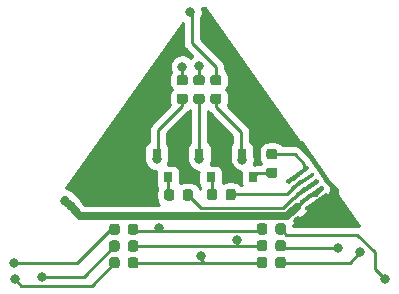
<source format=gbr>
%TF.GenerationSoftware,KiCad,Pcbnew,(5.1.6)-1*%
%TF.CreationDate,2020-12-08T12:03:19+08:00*%
%TF.ProjectId,LED_A1.0,4c45445f-4131-42e3-902e-6b696361645f,rev?*%
%TF.SameCoordinates,Original*%
%TF.FileFunction,Copper,L1,Top*%
%TF.FilePolarity,Positive*%
%FSLAX46Y46*%
G04 Gerber Fmt 4.6, Leading zero omitted, Abs format (unit mm)*
G04 Created by KiCad (PCBNEW (5.1.6)-1) date 2020-12-08 12:03:19*
%MOMM*%
%LPD*%
G01*
G04 APERTURE LIST*
%TA.AperFunction,SMDPad,CuDef*%
%ADD10R,0.800000X0.900000*%
%TD*%
%TA.AperFunction,ViaPad*%
%ADD11C,0.800000*%
%TD*%
%TA.AperFunction,Conductor*%
%ADD12C,0.250000*%
%TD*%
%TA.AperFunction,Conductor*%
%ADD13C,0.635000*%
%TD*%
%TA.AperFunction,Conductor*%
%ADD14C,0.381000*%
%TD*%
%TA.AperFunction,Conductor*%
%ADD15C,0.254000*%
%TD*%
G04 APERTURE END LIST*
%TO.P,R12,2*%
%TO.N,/LED_B*%
%TA.AperFunction,SMDPad,CuDef*%
G36*
G01*
X43372750Y-27856700D02*
X42860250Y-27856700D01*
G75*
G02*
X42641500Y-27637950I0J218750D01*
G01*
X42641500Y-27200450D01*
G75*
G02*
X42860250Y-26981700I218750J0D01*
G01*
X43372750Y-26981700D01*
G75*
G02*
X43591500Y-27200450I0J-218750D01*
G01*
X43591500Y-27637950D01*
G75*
G02*
X43372750Y-27856700I-218750J0D01*
G01*
G37*
%TD.AperFunction*%
%TO.P,R12,1*%
%TO.N,Net-(Q1-Pad2)*%
%TA.AperFunction,SMDPad,CuDef*%
G36*
G01*
X43372750Y-29431700D02*
X42860250Y-29431700D01*
G75*
G02*
X42641500Y-29212950I0J218750D01*
G01*
X42641500Y-28775450D01*
G75*
G02*
X42860250Y-28556700I218750J0D01*
G01*
X43372750Y-28556700D01*
G75*
G02*
X43591500Y-28775450I0J-218750D01*
G01*
X43591500Y-29212950D01*
G75*
G02*
X43372750Y-29431700I-218750J0D01*
G01*
G37*
%TD.AperFunction*%
%TD*%
%TO.P,R11,2*%
%TO.N,/LED_G*%
%TA.AperFunction,SMDPad,CuDef*%
G36*
G01*
X35567100Y-31129950D02*
X35567100Y-30617450D01*
G75*
G02*
X35785850Y-30398700I218750J0D01*
G01*
X36223350Y-30398700D01*
G75*
G02*
X36442100Y-30617450I0J-218750D01*
G01*
X36442100Y-31129950D01*
G75*
G02*
X36223350Y-31348700I-218750J0D01*
G01*
X35785850Y-31348700D01*
G75*
G02*
X35567100Y-31129950I0J218750D01*
G01*
G37*
%TD.AperFunction*%
%TO.P,R11,1*%
%TO.N,Net-(Q3-Pad2)*%
%TA.AperFunction,SMDPad,CuDef*%
G36*
G01*
X33992100Y-31129950D02*
X33992100Y-30617450D01*
G75*
G02*
X34210850Y-30398700I218750J0D01*
G01*
X34648350Y-30398700D01*
G75*
G02*
X34867100Y-30617450I0J-218750D01*
G01*
X34867100Y-31129950D01*
G75*
G02*
X34648350Y-31348700I-218750J0D01*
G01*
X34210850Y-31348700D01*
G75*
G02*
X33992100Y-31129950I0J218750D01*
G01*
G37*
%TD.AperFunction*%
%TD*%
%TO.P,R10,2*%
%TO.N,/LED_R*%
%TA.AperFunction,SMDPad,CuDef*%
G36*
G01*
X39199300Y-31104550D02*
X39199300Y-30592050D01*
G75*
G02*
X39418050Y-30373300I218750J0D01*
G01*
X39855550Y-30373300D01*
G75*
G02*
X40074300Y-30592050I0J-218750D01*
G01*
X40074300Y-31104550D01*
G75*
G02*
X39855550Y-31323300I-218750J0D01*
G01*
X39418050Y-31323300D01*
G75*
G02*
X39199300Y-31104550I0J218750D01*
G01*
G37*
%TD.AperFunction*%
%TO.P,R10,1*%
%TO.N,Net-(Q2-Pad2)*%
%TA.AperFunction,SMDPad,CuDef*%
G36*
G01*
X37624300Y-31104550D02*
X37624300Y-30592050D01*
G75*
G02*
X37843050Y-30373300I218750J0D01*
G01*
X38280550Y-30373300D01*
G75*
G02*
X38499300Y-30592050I0J-218750D01*
G01*
X38499300Y-31104550D01*
G75*
G02*
X38280550Y-31323300I-218750J0D01*
G01*
X37843050Y-31323300D01*
G75*
G02*
X37624300Y-31104550I0J218750D01*
G01*
G37*
%TD.AperFunction*%
%TD*%
%TO.P,R9,2*%
%TO.N,Net-(D3-Pad2)*%
%TA.AperFunction,SMDPad,CuDef*%
G36*
G01*
X43428400Y-34012850D02*
X43428400Y-33500350D01*
G75*
G02*
X43647150Y-33281600I218750J0D01*
G01*
X44084650Y-33281600D01*
G75*
G02*
X44303400Y-33500350I0J-218750D01*
G01*
X44303400Y-34012850D01*
G75*
G02*
X44084650Y-34231600I-218750J0D01*
G01*
X43647150Y-34231600D01*
G75*
G02*
X43428400Y-34012850I0J218750D01*
G01*
G37*
%TD.AperFunction*%
%TO.P,R9,1*%
%TO.N,/LED_G_O*%
%TA.AperFunction,SMDPad,CuDef*%
G36*
G01*
X41853400Y-34012850D02*
X41853400Y-33500350D01*
G75*
G02*
X42072150Y-33281600I218750J0D01*
G01*
X42509650Y-33281600D01*
G75*
G02*
X42728400Y-33500350I0J-218750D01*
G01*
X42728400Y-34012850D01*
G75*
G02*
X42509650Y-34231600I-218750J0D01*
G01*
X42072150Y-34231600D01*
G75*
G02*
X41853400Y-34012850I0J218750D01*
G01*
G37*
%TD.AperFunction*%
%TD*%
%TO.P,R8,2*%
%TO.N,Net-(D3-Pad3)*%
%TA.AperFunction,SMDPad,CuDef*%
G36*
G01*
X43428400Y-36857650D02*
X43428400Y-36345150D01*
G75*
G02*
X43647150Y-36126400I218750J0D01*
G01*
X44084650Y-36126400D01*
G75*
G02*
X44303400Y-36345150I0J-218750D01*
G01*
X44303400Y-36857650D01*
G75*
G02*
X44084650Y-37076400I-218750J0D01*
G01*
X43647150Y-37076400D01*
G75*
G02*
X43428400Y-36857650I0J218750D01*
G01*
G37*
%TD.AperFunction*%
%TO.P,R8,1*%
%TO.N,/LED_R_O*%
%TA.AperFunction,SMDPad,CuDef*%
G36*
G01*
X41853400Y-36857650D02*
X41853400Y-36345150D01*
G75*
G02*
X42072150Y-36126400I218750J0D01*
G01*
X42509650Y-36126400D01*
G75*
G02*
X42728400Y-36345150I0J-218750D01*
G01*
X42728400Y-36857650D01*
G75*
G02*
X42509650Y-37076400I-218750J0D01*
G01*
X42072150Y-37076400D01*
G75*
G02*
X41853400Y-36857650I0J218750D01*
G01*
G37*
%TD.AperFunction*%
%TD*%
%TO.P,R7,2*%
%TO.N,Net-(D3-Pad4)*%
%TA.AperFunction,SMDPad,CuDef*%
G36*
G01*
X43428400Y-35435250D02*
X43428400Y-34922750D01*
G75*
G02*
X43647150Y-34704000I218750J0D01*
G01*
X44084650Y-34704000D01*
G75*
G02*
X44303400Y-34922750I0J-218750D01*
G01*
X44303400Y-35435250D01*
G75*
G02*
X44084650Y-35654000I-218750J0D01*
G01*
X43647150Y-35654000D01*
G75*
G02*
X43428400Y-35435250I0J218750D01*
G01*
G37*
%TD.AperFunction*%
%TO.P,R7,1*%
%TO.N,/LED_B_O*%
%TA.AperFunction,SMDPad,CuDef*%
G36*
G01*
X41853400Y-35435250D02*
X41853400Y-34922750D01*
G75*
G02*
X42072150Y-34704000I218750J0D01*
G01*
X42509650Y-34704000D01*
G75*
G02*
X42728400Y-34922750I0J-218750D01*
G01*
X42728400Y-35435250D01*
G75*
G02*
X42509650Y-35654000I-218750J0D01*
G01*
X42072150Y-35654000D01*
G75*
G02*
X41853400Y-35435250I0J218750D01*
G01*
G37*
%TD.AperFunction*%
%TD*%
%TO.P,R6,2*%
%TO.N,Net-(D2-Pad2)*%
%TA.AperFunction,SMDPad,CuDef*%
G36*
G01*
X30231600Y-33525750D02*
X30231600Y-34038250D01*
G75*
G02*
X30012850Y-34257000I-218750J0D01*
G01*
X29575350Y-34257000D01*
G75*
G02*
X29356600Y-34038250I0J218750D01*
G01*
X29356600Y-33525750D01*
G75*
G02*
X29575350Y-33307000I218750J0D01*
G01*
X30012850Y-33307000D01*
G75*
G02*
X30231600Y-33525750I0J-218750D01*
G01*
G37*
%TD.AperFunction*%
%TO.P,R6,1*%
%TO.N,/LED_G_O*%
%TA.AperFunction,SMDPad,CuDef*%
G36*
G01*
X31806600Y-33525750D02*
X31806600Y-34038250D01*
G75*
G02*
X31587850Y-34257000I-218750J0D01*
G01*
X31150350Y-34257000D01*
G75*
G02*
X30931600Y-34038250I0J218750D01*
G01*
X30931600Y-33525750D01*
G75*
G02*
X31150350Y-33307000I218750J0D01*
G01*
X31587850Y-33307000D01*
G75*
G02*
X31806600Y-33525750I0J-218750D01*
G01*
G37*
%TD.AperFunction*%
%TD*%
%TO.P,R5,2*%
%TO.N,Net-(D2-Pad3)*%
%TA.AperFunction,SMDPad,CuDef*%
G36*
G01*
X30231600Y-36370550D02*
X30231600Y-36883050D01*
G75*
G02*
X30012850Y-37101800I-218750J0D01*
G01*
X29575350Y-37101800D01*
G75*
G02*
X29356600Y-36883050I0J218750D01*
G01*
X29356600Y-36370550D01*
G75*
G02*
X29575350Y-36151800I218750J0D01*
G01*
X30012850Y-36151800D01*
G75*
G02*
X30231600Y-36370550I0J-218750D01*
G01*
G37*
%TD.AperFunction*%
%TO.P,R5,1*%
%TO.N,/LED_R_O*%
%TA.AperFunction,SMDPad,CuDef*%
G36*
G01*
X31806600Y-36370550D02*
X31806600Y-36883050D01*
G75*
G02*
X31587850Y-37101800I-218750J0D01*
G01*
X31150350Y-37101800D01*
G75*
G02*
X30931600Y-36883050I0J218750D01*
G01*
X30931600Y-36370550D01*
G75*
G02*
X31150350Y-36151800I218750J0D01*
G01*
X31587850Y-36151800D01*
G75*
G02*
X31806600Y-36370550I0J-218750D01*
G01*
G37*
%TD.AperFunction*%
%TD*%
%TO.P,R4,2*%
%TO.N,Net-(D2-Pad4)*%
%TA.AperFunction,SMDPad,CuDef*%
G36*
G01*
X30231600Y-34948150D02*
X30231600Y-35460650D01*
G75*
G02*
X30012850Y-35679400I-218750J0D01*
G01*
X29575350Y-35679400D01*
G75*
G02*
X29356600Y-35460650I0J218750D01*
G01*
X29356600Y-34948150D01*
G75*
G02*
X29575350Y-34729400I218750J0D01*
G01*
X30012850Y-34729400D01*
G75*
G02*
X30231600Y-34948150I0J-218750D01*
G01*
G37*
%TD.AperFunction*%
%TO.P,R4,1*%
%TO.N,/LED_B_O*%
%TA.AperFunction,SMDPad,CuDef*%
G36*
G01*
X31806600Y-34948150D02*
X31806600Y-35460650D01*
G75*
G02*
X31587850Y-35679400I-218750J0D01*
G01*
X31150350Y-35679400D01*
G75*
G02*
X30931600Y-35460650I0J218750D01*
G01*
X30931600Y-34948150D01*
G75*
G02*
X31150350Y-34729400I218750J0D01*
G01*
X31587850Y-34729400D01*
G75*
G02*
X31806600Y-34948150I0J-218750D01*
G01*
G37*
%TD.AperFunction*%
%TD*%
%TO.P,R3,2*%
%TO.N,Net-(D1-Pad2)*%
%TA.AperFunction,SMDPad,CuDef*%
G36*
G01*
X35790850Y-21595600D02*
X35278350Y-21595600D01*
G75*
G02*
X35059600Y-21376850I0J218750D01*
G01*
X35059600Y-20939350D01*
G75*
G02*
X35278350Y-20720600I218750J0D01*
G01*
X35790850Y-20720600D01*
G75*
G02*
X36009600Y-20939350I0J-218750D01*
G01*
X36009600Y-21376850D01*
G75*
G02*
X35790850Y-21595600I-218750J0D01*
G01*
G37*
%TD.AperFunction*%
%TO.P,R3,1*%
%TO.N,/LED_G_O*%
%TA.AperFunction,SMDPad,CuDef*%
G36*
G01*
X35790850Y-23170600D02*
X35278350Y-23170600D01*
G75*
G02*
X35059600Y-22951850I0J218750D01*
G01*
X35059600Y-22514350D01*
G75*
G02*
X35278350Y-22295600I218750J0D01*
G01*
X35790850Y-22295600D01*
G75*
G02*
X36009600Y-22514350I0J-218750D01*
G01*
X36009600Y-22951850D01*
G75*
G02*
X35790850Y-23170600I-218750J0D01*
G01*
G37*
%TD.AperFunction*%
%TD*%
%TO.P,R2,2*%
%TO.N,Net-(D1-Pad3)*%
%TA.AperFunction,SMDPad,CuDef*%
G36*
G01*
X37213250Y-21595600D02*
X36700750Y-21595600D01*
G75*
G02*
X36482000Y-21376850I0J218750D01*
G01*
X36482000Y-20939350D01*
G75*
G02*
X36700750Y-20720600I218750J0D01*
G01*
X37213250Y-20720600D01*
G75*
G02*
X37432000Y-20939350I0J-218750D01*
G01*
X37432000Y-21376850D01*
G75*
G02*
X37213250Y-21595600I-218750J0D01*
G01*
G37*
%TD.AperFunction*%
%TO.P,R2,1*%
%TO.N,/LED_R_O*%
%TA.AperFunction,SMDPad,CuDef*%
G36*
G01*
X37213250Y-23170600D02*
X36700750Y-23170600D01*
G75*
G02*
X36482000Y-22951850I0J218750D01*
G01*
X36482000Y-22514350D01*
G75*
G02*
X36700750Y-22295600I218750J0D01*
G01*
X37213250Y-22295600D01*
G75*
G02*
X37432000Y-22514350I0J-218750D01*
G01*
X37432000Y-22951850D01*
G75*
G02*
X37213250Y-23170600I-218750J0D01*
G01*
G37*
%TD.AperFunction*%
%TD*%
%TO.P,R1,2*%
%TO.N,Net-(D1-Pad4)*%
%TA.AperFunction,SMDPad,CuDef*%
G36*
G01*
X38635650Y-21595600D02*
X38123150Y-21595600D01*
G75*
G02*
X37904400Y-21376850I0J218750D01*
G01*
X37904400Y-20939350D01*
G75*
G02*
X38123150Y-20720600I218750J0D01*
G01*
X38635650Y-20720600D01*
G75*
G02*
X38854400Y-20939350I0J-218750D01*
G01*
X38854400Y-21376850D01*
G75*
G02*
X38635650Y-21595600I-218750J0D01*
G01*
G37*
%TD.AperFunction*%
%TO.P,R1,1*%
%TO.N,/LED_B_O*%
%TA.AperFunction,SMDPad,CuDef*%
G36*
G01*
X38635650Y-23170600D02*
X38123150Y-23170600D01*
G75*
G02*
X37904400Y-22951850I0J218750D01*
G01*
X37904400Y-22514350D01*
G75*
G02*
X38123150Y-22295600I218750J0D01*
G01*
X38635650Y-22295600D01*
G75*
G02*
X38854400Y-22514350I0J-218750D01*
G01*
X38854400Y-22951850D01*
G75*
G02*
X38635650Y-23170600I-218750J0D01*
G01*
G37*
%TD.AperFunction*%
%TD*%
D10*
%TO.P,Q3,3*%
%TO.N,/LED_G_O*%
X33362900Y-27397200D03*
%TO.P,Q3,2*%
%TO.N,Net-(Q3-Pad2)*%
X34312900Y-29397200D03*
%TO.P,Q3,1*%
%TO.N,Earth*%
X32412900Y-29397200D03*
%TD*%
%TO.P,Q2,3*%
%TO.N,/LED_R_O*%
X36995100Y-27397200D03*
%TO.P,Q2,2*%
%TO.N,Net-(Q2-Pad2)*%
X37945100Y-29397200D03*
%TO.P,Q2,1*%
%TO.N,Earth*%
X36045100Y-29397200D03*
%TD*%
%TO.P,Q1,3*%
%TO.N,/LED_B_O*%
X40601900Y-27397200D03*
%TO.P,Q1,2*%
%TO.N,Net-(Q1-Pad2)*%
X41551900Y-29397200D03*
%TO.P,Q1,1*%
%TO.N,Earth*%
X39651900Y-29397200D03*
%TD*%
%TO.P,J1,4*%
%TO.N,/LED_R*%
%TA.AperFunction,SMDPad,CuDef*%
G36*
G01*
X46680422Y-29266413D02*
X44939724Y-30485263D01*
G75*
G02*
X44817860Y-30463775I-50188J71676D01*
G01*
X44717484Y-30320423D01*
G75*
G02*
X44738972Y-30198559I71676J50188D01*
G01*
X46479670Y-28979709D01*
G75*
G02*
X46601534Y-29001197I50188J-71676D01*
G01*
X46701910Y-29144549D01*
G75*
G02*
X46680422Y-29266413I-71676J-50188D01*
G01*
G37*
%TD.AperFunction*%
%TO.P,J1,3*%
%TO.N,/LED_G*%
%TA.AperFunction,SMDPad,CuDef*%
G36*
G01*
X47081925Y-29839819D02*
X45341227Y-31058669D01*
G75*
G02*
X45219363Y-31037181I-50188J71676D01*
G01*
X45118987Y-30893829D01*
G75*
G02*
X45140475Y-30771965I71676J50188D01*
G01*
X46881173Y-29553115D01*
G75*
G02*
X47003037Y-29574603I50188J-71676D01*
G01*
X47103413Y-29717955D01*
G75*
G02*
X47081925Y-29839819I-71676J-50188D01*
G01*
G37*
%TD.AperFunction*%
%TO.P,J1,2*%
%TO.N,+5V*%
%TA.AperFunction,SMDPad,CuDef*%
G36*
G01*
X47483429Y-30413226D02*
X45742731Y-31632076D01*
G75*
G02*
X45620867Y-31610588I-50188J71676D01*
G01*
X45520491Y-31467236D01*
G75*
G02*
X45541979Y-31345372I71676J50188D01*
G01*
X47282677Y-30126522D01*
G75*
G02*
X47404541Y-30148010I50188J-71676D01*
G01*
X47504917Y-30291362D01*
G75*
G02*
X47483429Y-30413226I-71676J-50188D01*
G01*
G37*
%TD.AperFunction*%
%TO.P,J1,5*%
%TO.N,/LED_B*%
%TA.AperFunction,SMDPad,CuDef*%
G36*
G01*
X46278918Y-28693007D02*
X44538220Y-29911857D01*
G75*
G02*
X44416356Y-29890369I-50188J71676D01*
G01*
X44315980Y-29747017D01*
G75*
G02*
X44337468Y-29625153I71676J50188D01*
G01*
X46078166Y-28406303D01*
G75*
G02*
X46200030Y-28427791I50188J-71676D01*
G01*
X46300406Y-28571143D01*
G75*
G02*
X46278918Y-28693007I-71676J-50188D01*
G01*
G37*
%TD.AperFunction*%
%TO.P,J1,1*%
%TO.N,Earth*%
%TA.AperFunction,SMDPad,CuDef*%
G36*
G01*
X47884932Y-30986632D02*
X46144234Y-32205482D01*
G75*
G02*
X46022370Y-32183994I-50188J71676D01*
G01*
X45921994Y-32040642D01*
G75*
G02*
X45943482Y-31918778I71676J50188D01*
G01*
X47684180Y-30699928D01*
G75*
G02*
X47806044Y-30721416I50188J-71676D01*
G01*
X47906420Y-30864768D01*
G75*
G02*
X47884932Y-30986632I-71676J-50188D01*
G01*
G37*
%TD.AperFunction*%
%TD*%
D11*
%TO.N,Earth*%
X47332900Y-33134300D03*
X35229800Y-26352500D03*
%TO.N,Net-(D2-Pad4)*%
X23698200Y-37820600D03*
%TO.N,Net-(D2-Pad3)*%
X21336000Y-37973000D03*
%TO.N,Net-(D2-Pad2)*%
X21310600Y-36677600D03*
%TO.N,Net-(D1-Pad2)*%
X35534600Y-20015200D03*
%TO.N,Net-(D3-Pad2)*%
X52730400Y-38011100D03*
%TO.N,Net-(D3-Pad4)*%
X48691800Y-35356800D03*
%TO.N,+5V*%
X25615900Y-31356300D03*
X26098500Y-31838900D03*
%TO.N,Net-(D1-Pad4)*%
X36220400Y-15417800D03*
%TO.N,Net-(D1-Pad3)*%
X36982400Y-19964400D03*
%TO.N,Net-(D3-Pad3)*%
X50590451Y-35744149D03*
%TO.N,Earth*%
X40767000Y-21653500D03*
X42303700Y-23774400D03*
X44132500Y-26390600D03*
X48526700Y-32156400D03*
X45313600Y-33121600D03*
X49339500Y-33159700D03*
X35725100Y-25006300D03*
X38684200Y-26314400D03*
X38112700Y-24942800D03*
X33020000Y-21729700D03*
X31762700Y-23812500D03*
X30162500Y-26454100D03*
%TO.N,/LED_B_O*%
X40627300Y-27889200D03*
X40132000Y-34697510D03*
%TO.N,/LED_R_O*%
X37084000Y-36068000D03*
X36995100Y-27863800D03*
%TO.N,/LED_G_O*%
X33362900Y-27838400D03*
X33604200Y-33670810D03*
%TD*%
D12*
%TO.N,+5V*%
X46817807Y-30879299D02*
X47318706Y-30378400D01*
X46512704Y-30879299D02*
X46817807Y-30879299D01*
X47318706Y-30378400D02*
X47371000Y-30378400D01*
X46512704Y-30879299D02*
X46260501Y-30879299D01*
X46260501Y-30879299D02*
X45161200Y-31978600D01*
D13*
X25615900Y-31356300D02*
X25577800Y-31318200D01*
X26098500Y-31838900D02*
X25615900Y-31356300D01*
X26911300Y-32651700D02*
X26098500Y-31838900D01*
X44425598Y-32651700D02*
X26911300Y-32651700D01*
X45212998Y-31864300D02*
X44425598Y-32651700D01*
X45161200Y-31978600D02*
X45275500Y-31864300D01*
X45275500Y-31864300D02*
X45212998Y-31864300D01*
D12*
%TO.N,Net-(D1-Pad4)*%
X38379400Y-21158100D02*
X38379400Y-20040600D01*
X36322000Y-17983200D02*
X38379400Y-20040600D01*
X36322000Y-17983200D02*
X36322000Y-15494000D01*
%TO.N,Net-(D1-Pad2)*%
X35534600Y-21158100D02*
X35534600Y-20015200D01*
%TO.N,Net-(D1-Pad3)*%
X36957000Y-19989800D02*
X36982400Y-19964400D01*
X36957000Y-21158100D02*
X36957000Y-19989800D01*
%TO.N,Net-(D2-Pad4)*%
X27177900Y-37820600D02*
X29794100Y-35204400D01*
X23698200Y-37820600D02*
X27177900Y-37820600D01*
%TO.N,Net-(D2-Pad2)*%
X26644600Y-36677600D02*
X21310600Y-36677600D01*
X29794100Y-33782000D02*
X29540200Y-33782000D01*
X29540200Y-33782000D02*
X26644600Y-36677600D01*
%TO.N,Net-(D2-Pad3)*%
X27875299Y-38545601D02*
X29794100Y-36626800D01*
X21336000Y-37973000D02*
X21908601Y-38545601D01*
X21908601Y-38545601D02*
X27875299Y-38545601D01*
%TO.N,Net-(D3-Pad4)*%
X44043700Y-35356800D02*
X43865900Y-35179000D01*
X48691800Y-35356800D02*
X44043700Y-35356800D01*
%TO.N,Net-(D3-Pad2)*%
X50355500Y-34239200D02*
X44348500Y-34239200D01*
X51842502Y-35726202D02*
X50355500Y-34239200D01*
X44348500Y-34239200D02*
X43865900Y-33756600D01*
X52730400Y-38011100D02*
X51842502Y-37123202D01*
X51842502Y-37123202D02*
X51842502Y-35726202D01*
%TO.N,Net-(D3-Pad3)*%
X49733200Y-36601400D02*
X50590451Y-35744149D01*
X43865900Y-36601400D02*
X49733200Y-36601400D01*
%TO.N,/LED_R*%
X45709697Y-29732486D02*
X45578514Y-29732486D01*
X44424600Y-30835600D02*
X45527714Y-29732486D01*
X45527714Y-29732486D02*
X45709697Y-29732486D01*
X39636800Y-30848300D02*
X39649500Y-30835600D01*
X39649500Y-30835600D02*
X44424600Y-30835600D01*
%TO.N,/LED_G*%
X45868708Y-30305892D02*
X46111200Y-30305892D01*
X36004600Y-30873700D02*
X37096800Y-31965900D01*
X45008800Y-31165800D02*
X45868708Y-30305892D01*
X37096800Y-31965900D02*
X44080290Y-31965900D01*
X44080290Y-31965900D02*
X44880390Y-31165800D01*
X44880390Y-31165800D02*
X45008800Y-31165800D01*
%TO.N,Net-(Q1-Pad2)*%
X41551900Y-29422600D02*
X41764500Y-29210000D01*
%TO.N,/LED_B*%
X44927073Y-29540200D02*
X45308193Y-29159080D01*
X45859700Y-28607573D02*
X45308193Y-29159080D01*
X45859700Y-28232100D02*
X45859700Y-28607573D01*
X43116500Y-27419200D02*
X45046800Y-27419200D01*
X45046800Y-27419200D02*
X45859700Y-28232100D01*
%TO.N,Earth*%
X47574200Y-32112698D02*
X46914207Y-31452705D01*
X47574200Y-33121600D02*
X47574200Y-32112698D01*
D14*
X44836140Y-26479500D02*
X44747240Y-26390600D01*
X44747240Y-26390600D02*
X44132500Y-26390600D01*
X45555241Y-26479500D02*
X44836140Y-26479500D01*
X48526700Y-32156400D02*
X48526700Y-30490565D01*
X47702735Y-29630635D02*
X47702735Y-29514303D01*
X48439658Y-30367558D02*
X47702735Y-29630635D01*
X48526700Y-30490565D02*
X48439658Y-30367558D01*
X47702735Y-29514303D02*
X45555241Y-26479500D01*
D12*
%TO.N,/LED_B_O*%
X31394500Y-35179000D02*
X31369100Y-35204400D01*
X36550600Y-35179000D02*
X31394500Y-35179000D01*
X42290900Y-35179000D02*
X40284400Y-35179000D01*
X40284400Y-35179000D02*
X36550600Y-35179000D01*
X40568500Y-27389200D02*
X40601900Y-27422600D01*
X40530400Y-25544400D02*
X40530400Y-27719400D01*
X38379400Y-22733100D02*
X38379400Y-23393400D01*
X38379400Y-23393400D02*
X40530400Y-25544400D01*
X40627300Y-27448000D02*
X40601900Y-27422600D01*
X40627300Y-27889200D02*
X40627300Y-27448000D01*
X40284400Y-35179000D02*
X40132000Y-35026600D01*
X40132000Y-35026600D02*
X40132000Y-34697510D01*
%TO.N,/LED_R_O*%
X31394500Y-36601400D02*
X31369100Y-36626800D01*
X42290900Y-36601400D02*
X38658800Y-36601400D01*
X36995100Y-27397200D02*
X36995100Y-27305000D01*
X36957000Y-27635200D02*
X36957000Y-22733100D01*
X37084000Y-36322000D02*
X37363400Y-36601400D01*
X37084000Y-36068000D02*
X37084000Y-36322000D01*
X38658800Y-36601400D02*
X37363400Y-36601400D01*
X37363400Y-36601400D02*
X31394500Y-36601400D01*
X36995100Y-27863800D02*
X36995100Y-27397200D01*
%TO.N,/LED_G_O*%
X33510600Y-25341200D02*
X33510600Y-27516200D01*
X35534600Y-22733100D02*
X35534600Y-23317200D01*
X33548700Y-27186000D02*
X33362900Y-27371800D01*
X35534600Y-23317200D02*
X33510600Y-25341200D01*
D13*
X33362900Y-27838400D02*
X33362900Y-27371800D01*
D12*
X33302510Y-33972500D02*
X31559600Y-33972500D01*
X33604200Y-33670810D02*
X33302510Y-33972500D01*
X31559600Y-33972500D02*
X31369100Y-33782000D01*
X42290900Y-33756600D02*
X42075000Y-33972500D01*
X42075000Y-33972500D02*
X33147000Y-33972500D01*
%TO.N,Net-(Q1-Pad2)*%
X41954900Y-28994200D02*
X41551900Y-29397200D01*
X43116500Y-28994200D02*
X41954900Y-28994200D01*
%TO.N,Net-(Q2-Pad2)*%
X38074500Y-29526600D02*
X37945100Y-29397200D01*
X38074500Y-30886400D02*
X38074500Y-29526600D01*
%TO.N,Net-(Q3-Pad2)*%
X34312900Y-30757000D02*
X34416900Y-30861000D01*
X34312900Y-29371800D02*
X34312900Y-30757000D01*
%TD*%
D15*
%TO.N,Earth*%
G36*
X50493265Y-33489092D02*
G01*
X50392833Y-33479200D01*
X50392822Y-33479200D01*
X50355500Y-33475524D01*
X50318178Y-33479200D01*
X44939389Y-33479200D01*
X44937321Y-33458206D01*
X44957339Y-33447506D01*
X45102376Y-33328478D01*
X45132205Y-33292131D01*
X45600545Y-32823791D01*
X45692940Y-32774406D01*
X45801637Y-32685201D01*
X45915927Y-32570910D01*
X45952278Y-32541078D01*
X46071306Y-32396041D01*
X46159752Y-32230569D01*
X46202717Y-32088932D01*
X46843179Y-31640476D01*
X46855129Y-31639299D01*
X46855140Y-31639299D01*
X46966793Y-31628302D01*
X47110054Y-31584845D01*
X47242083Y-31514273D01*
X47357808Y-31419300D01*
X47381611Y-31390296D01*
X47716340Y-31055567D01*
X47795276Y-31013374D01*
X47911001Y-30918401D01*
X48005974Y-30802676D01*
X48041703Y-30735833D01*
X48045182Y-30731400D01*
X48065456Y-30691394D01*
X48076546Y-30670647D01*
X48077404Y-30667818D01*
X48109480Y-30604525D01*
X48147790Y-30467545D01*
X48158640Y-30325722D01*
X48141614Y-30184508D01*
X48130206Y-30149656D01*
X50493265Y-33489092D01*
G37*
X50493265Y-33489092D02*
X50392833Y-33479200D01*
X50392822Y-33479200D01*
X50355500Y-33475524D01*
X50318178Y-33479200D01*
X44939389Y-33479200D01*
X44937321Y-33458206D01*
X44957339Y-33447506D01*
X45102376Y-33328478D01*
X45132205Y-33292131D01*
X45600545Y-32823791D01*
X45692940Y-32774406D01*
X45801637Y-32685201D01*
X45915927Y-32570910D01*
X45952278Y-32541078D01*
X46071306Y-32396041D01*
X46159752Y-32230569D01*
X46202717Y-32088932D01*
X46843179Y-31640476D01*
X46855129Y-31639299D01*
X46855140Y-31639299D01*
X46966793Y-31628302D01*
X47110054Y-31584845D01*
X47242083Y-31514273D01*
X47357808Y-31419300D01*
X47381611Y-31390296D01*
X47716340Y-31055567D01*
X47795276Y-31013374D01*
X47911001Y-30918401D01*
X48005974Y-30802676D01*
X48041703Y-30735833D01*
X48045182Y-30731400D01*
X48065456Y-30691394D01*
X48076546Y-30670647D01*
X48077404Y-30667818D01*
X48109480Y-30604525D01*
X48147790Y-30467545D01*
X48158640Y-30325722D01*
X48141614Y-30184508D01*
X48130206Y-30149656D01*
X50493265Y-33489092D01*
G36*
X35562000Y-17945877D02*
G01*
X35558324Y-17983200D01*
X35562000Y-18020522D01*
X35562000Y-18020532D01*
X35572997Y-18132185D01*
X35616454Y-18275446D01*
X35687026Y-18407476D01*
X35726871Y-18456026D01*
X35781999Y-18523201D01*
X35811003Y-18547004D01*
X36383672Y-19119673D01*
X36322626Y-19160463D01*
X36233100Y-19249989D01*
X36194374Y-19211263D01*
X36024856Y-19097995D01*
X35836498Y-19019974D01*
X35636539Y-18980200D01*
X35432661Y-18980200D01*
X35232702Y-19019974D01*
X35044344Y-19097995D01*
X34874826Y-19211263D01*
X34730663Y-19355426D01*
X34617395Y-19524944D01*
X34539374Y-19713302D01*
X34499600Y-19913261D01*
X34499600Y-20117139D01*
X34539374Y-20317098D01*
X34588534Y-20435780D01*
X34565929Y-20463325D01*
X34486750Y-20611458D01*
X34437992Y-20772192D01*
X34421528Y-20939350D01*
X34421528Y-21376850D01*
X34437992Y-21544008D01*
X34486750Y-21704742D01*
X34565929Y-21852875D01*
X34642026Y-21945600D01*
X34565929Y-22038325D01*
X34486750Y-22186458D01*
X34437992Y-22347192D01*
X34421528Y-22514350D01*
X34421528Y-22951850D01*
X34437992Y-23119008D01*
X34486750Y-23279742D01*
X34490410Y-23286589D01*
X32999603Y-24777396D01*
X32970599Y-24801199D01*
X32939697Y-24838854D01*
X32875626Y-24916924D01*
X32805055Y-25048953D01*
X32805054Y-25048954D01*
X32761597Y-25192215D01*
X32750600Y-25303868D01*
X32750600Y-25303878D01*
X32746924Y-25341200D01*
X32750600Y-25378523D01*
X32750600Y-26348027D01*
X32718720Y-26357698D01*
X32608406Y-26416663D01*
X32511715Y-26496015D01*
X32432363Y-26592706D01*
X32373398Y-26703020D01*
X32337088Y-26822718D01*
X32324828Y-26947200D01*
X32324828Y-27847200D01*
X32327900Y-27878392D01*
X32327900Y-27940339D01*
X32367674Y-28140298D01*
X32445695Y-28328656D01*
X32558963Y-28498174D01*
X32703126Y-28642337D01*
X32872644Y-28755605D01*
X33061002Y-28833626D01*
X33260961Y-28873400D01*
X33282096Y-28873400D01*
X33274828Y-28947200D01*
X33274828Y-29847200D01*
X33287088Y-29971682D01*
X33323398Y-30091380D01*
X33382363Y-30201694D01*
X33433142Y-30263568D01*
X33419250Y-30289558D01*
X33370492Y-30450292D01*
X33354028Y-30617450D01*
X33354028Y-31129950D01*
X33370492Y-31297108D01*
X33419250Y-31457842D01*
X33498429Y-31605975D01*
X33574936Y-31699200D01*
X27305839Y-31699200D01*
X27058431Y-31451792D01*
X27015705Y-31348644D01*
X26902437Y-31179126D01*
X26758274Y-31034963D01*
X26588756Y-30921695D01*
X26549405Y-30905395D01*
X26533105Y-30866044D01*
X26419837Y-30696526D01*
X26275674Y-30552363D01*
X26106156Y-30439095D01*
X25917798Y-30361074D01*
X25717839Y-30321300D01*
X25693559Y-30321300D01*
X35562001Y-16335667D01*
X35562000Y-17945877D01*
G37*
X35562000Y-17945877D02*
X35558324Y-17983200D01*
X35562000Y-18020522D01*
X35562000Y-18020532D01*
X35572997Y-18132185D01*
X35616454Y-18275446D01*
X35687026Y-18407476D01*
X35726871Y-18456026D01*
X35781999Y-18523201D01*
X35811003Y-18547004D01*
X36383672Y-19119673D01*
X36322626Y-19160463D01*
X36233100Y-19249989D01*
X36194374Y-19211263D01*
X36024856Y-19097995D01*
X35836498Y-19019974D01*
X35636539Y-18980200D01*
X35432661Y-18980200D01*
X35232702Y-19019974D01*
X35044344Y-19097995D01*
X34874826Y-19211263D01*
X34730663Y-19355426D01*
X34617395Y-19524944D01*
X34539374Y-19713302D01*
X34499600Y-19913261D01*
X34499600Y-20117139D01*
X34539374Y-20317098D01*
X34588534Y-20435780D01*
X34565929Y-20463325D01*
X34486750Y-20611458D01*
X34437992Y-20772192D01*
X34421528Y-20939350D01*
X34421528Y-21376850D01*
X34437992Y-21544008D01*
X34486750Y-21704742D01*
X34565929Y-21852875D01*
X34642026Y-21945600D01*
X34565929Y-22038325D01*
X34486750Y-22186458D01*
X34437992Y-22347192D01*
X34421528Y-22514350D01*
X34421528Y-22951850D01*
X34437992Y-23119008D01*
X34486750Y-23279742D01*
X34490410Y-23286589D01*
X32999603Y-24777396D01*
X32970599Y-24801199D01*
X32939697Y-24838854D01*
X32875626Y-24916924D01*
X32805055Y-25048953D01*
X32805054Y-25048954D01*
X32761597Y-25192215D01*
X32750600Y-25303868D01*
X32750600Y-25303878D01*
X32746924Y-25341200D01*
X32750600Y-25378523D01*
X32750600Y-26348027D01*
X32718720Y-26357698D01*
X32608406Y-26416663D01*
X32511715Y-26496015D01*
X32432363Y-26592706D01*
X32373398Y-26703020D01*
X32337088Y-26822718D01*
X32324828Y-26947200D01*
X32324828Y-27847200D01*
X32327900Y-27878392D01*
X32327900Y-27940339D01*
X32367674Y-28140298D01*
X32445695Y-28328656D01*
X32558963Y-28498174D01*
X32703126Y-28642337D01*
X32872644Y-28755605D01*
X33061002Y-28833626D01*
X33260961Y-28873400D01*
X33282096Y-28873400D01*
X33274828Y-28947200D01*
X33274828Y-29847200D01*
X33287088Y-29971682D01*
X33323398Y-30091380D01*
X33382363Y-30201694D01*
X33433142Y-30263568D01*
X33419250Y-30289558D01*
X33370492Y-30450292D01*
X33354028Y-30617450D01*
X33354028Y-31129950D01*
X33370492Y-31297108D01*
X33419250Y-31457842D01*
X33498429Y-31605975D01*
X33574936Y-31699200D01*
X27305839Y-31699200D01*
X27058431Y-31451792D01*
X27015705Y-31348644D01*
X26902437Y-31179126D01*
X26758274Y-31034963D01*
X26588756Y-30921695D01*
X26549405Y-30905395D01*
X26533105Y-30866044D01*
X26419837Y-30696526D01*
X26275674Y-30552363D01*
X26106156Y-30439095D01*
X25917798Y-30361074D01*
X25717839Y-30321300D01*
X25693559Y-30321300D01*
X35562001Y-16335667D01*
X35562000Y-17945877D01*
G36*
X36197000Y-26452449D02*
G01*
X36143915Y-26496015D01*
X36064563Y-26592706D01*
X36005598Y-26703020D01*
X35969288Y-26822718D01*
X35957028Y-26947200D01*
X35957028Y-27847200D01*
X35960100Y-27878392D01*
X35960100Y-27965739D01*
X35999874Y-28165698D01*
X36077895Y-28354056D01*
X36191163Y-28523574D01*
X36335326Y-28667737D01*
X36504844Y-28781005D01*
X36693202Y-28859026D01*
X36893161Y-28898800D01*
X36911795Y-28898800D01*
X36907028Y-28947200D01*
X36907028Y-29847200D01*
X36919288Y-29971682D01*
X36955598Y-30091380D01*
X37014563Y-30201694D01*
X37057120Y-30253550D01*
X37051450Y-30264158D01*
X37029348Y-30337020D01*
X37014950Y-30289558D01*
X36935771Y-30141425D01*
X36829215Y-30011585D01*
X36699375Y-29905029D01*
X36551242Y-29825850D01*
X36390508Y-29777092D01*
X36223350Y-29760628D01*
X35785850Y-29760628D01*
X35618692Y-29777092D01*
X35457958Y-29825850D01*
X35347247Y-29885027D01*
X35350972Y-29847200D01*
X35350972Y-28947200D01*
X35338712Y-28822718D01*
X35302402Y-28703020D01*
X35243437Y-28592706D01*
X35164085Y-28496015D01*
X35067394Y-28416663D01*
X34957080Y-28357698D01*
X34837382Y-28321388D01*
X34712900Y-28309128D01*
X34288194Y-28309128D01*
X34358126Y-28140298D01*
X34397900Y-27940339D01*
X34397900Y-27878392D01*
X34400972Y-27847200D01*
X34400972Y-26947200D01*
X34388712Y-26822718D01*
X34352402Y-26703020D01*
X34293437Y-26592706D01*
X34270600Y-26564879D01*
X34270600Y-25656001D01*
X36045603Y-23880999D01*
X36074601Y-23857201D01*
X36169574Y-23741476D01*
X36188429Y-23706201D01*
X36197001Y-23701620D01*
X36197000Y-26452449D01*
G37*
X36197000Y-26452449D02*
X36143915Y-26496015D01*
X36064563Y-26592706D01*
X36005598Y-26703020D01*
X35969288Y-26822718D01*
X35957028Y-26947200D01*
X35957028Y-27847200D01*
X35960100Y-27878392D01*
X35960100Y-27965739D01*
X35999874Y-28165698D01*
X36077895Y-28354056D01*
X36191163Y-28523574D01*
X36335326Y-28667737D01*
X36504844Y-28781005D01*
X36693202Y-28859026D01*
X36893161Y-28898800D01*
X36911795Y-28898800D01*
X36907028Y-28947200D01*
X36907028Y-29847200D01*
X36919288Y-29971682D01*
X36955598Y-30091380D01*
X37014563Y-30201694D01*
X37057120Y-30253550D01*
X37051450Y-30264158D01*
X37029348Y-30337020D01*
X37014950Y-30289558D01*
X36935771Y-30141425D01*
X36829215Y-30011585D01*
X36699375Y-29905029D01*
X36551242Y-29825850D01*
X36390508Y-29777092D01*
X36223350Y-29760628D01*
X35785850Y-29760628D01*
X35618692Y-29777092D01*
X35457958Y-29825850D01*
X35347247Y-29885027D01*
X35350972Y-29847200D01*
X35350972Y-28947200D01*
X35338712Y-28822718D01*
X35302402Y-28703020D01*
X35243437Y-28592706D01*
X35164085Y-28496015D01*
X35067394Y-28416663D01*
X34957080Y-28357698D01*
X34837382Y-28321388D01*
X34712900Y-28309128D01*
X34288194Y-28309128D01*
X34358126Y-28140298D01*
X34397900Y-27940339D01*
X34397900Y-27878392D01*
X34400972Y-27847200D01*
X34400972Y-26947200D01*
X34388712Y-26822718D01*
X34352402Y-26703020D01*
X34293437Y-26592706D01*
X34270600Y-26564879D01*
X34270600Y-25656001D01*
X36045603Y-23880999D01*
X36074601Y-23857201D01*
X36169574Y-23741476D01*
X36188429Y-23706201D01*
X36197001Y-23701620D01*
X36197000Y-26452449D01*
G36*
X37744426Y-23817676D02*
G01*
X37776864Y-23857201D01*
X37839400Y-23933401D01*
X37868398Y-23957199D01*
X39770400Y-25859202D01*
X39770400Y-26479860D01*
X39750715Y-26496015D01*
X39671363Y-26592706D01*
X39612398Y-26703020D01*
X39576088Y-26822718D01*
X39563828Y-26947200D01*
X39563828Y-27847200D01*
X39576088Y-27971682D01*
X39611936Y-28089858D01*
X39632074Y-28191098D01*
X39710095Y-28379456D01*
X39823363Y-28548974D01*
X39967526Y-28693137D01*
X40137044Y-28806405D01*
X40325402Y-28884426D01*
X40516271Y-28922392D01*
X40513828Y-28947200D01*
X40513828Y-29847200D01*
X40526088Y-29971682D01*
X40557611Y-30075600D01*
X40534795Y-30075600D01*
X40461415Y-29986185D01*
X40331575Y-29879629D01*
X40183442Y-29800450D01*
X40022708Y-29751692D01*
X39855550Y-29735228D01*
X39418050Y-29735228D01*
X39250892Y-29751692D01*
X39090158Y-29800450D01*
X38982087Y-29858215D01*
X38983172Y-29847200D01*
X38983172Y-28947200D01*
X38970912Y-28822718D01*
X38934602Y-28703020D01*
X38875637Y-28592706D01*
X38796285Y-28496015D01*
X38699594Y-28416663D01*
X38589280Y-28357698D01*
X38469582Y-28321388D01*
X38345100Y-28309128D01*
X37930915Y-28309128D01*
X37990326Y-28165698D01*
X38030100Y-27965739D01*
X38030100Y-27878392D01*
X38033172Y-27847200D01*
X38033172Y-26947200D01*
X38020912Y-26822718D01*
X37984602Y-26703020D01*
X37925637Y-26592706D01*
X37846285Y-26496015D01*
X37749594Y-26416663D01*
X37717000Y-26399241D01*
X37717000Y-23766366D01*
X37744426Y-23817676D01*
G37*
X37744426Y-23817676D02*
X37776864Y-23857201D01*
X37839400Y-23933401D01*
X37868398Y-23957199D01*
X39770400Y-25859202D01*
X39770400Y-26479860D01*
X39750715Y-26496015D01*
X39671363Y-26592706D01*
X39612398Y-26703020D01*
X39576088Y-26822718D01*
X39563828Y-26947200D01*
X39563828Y-27847200D01*
X39576088Y-27971682D01*
X39611936Y-28089858D01*
X39632074Y-28191098D01*
X39710095Y-28379456D01*
X39823363Y-28548974D01*
X39967526Y-28693137D01*
X40137044Y-28806405D01*
X40325402Y-28884426D01*
X40516271Y-28922392D01*
X40513828Y-28947200D01*
X40513828Y-29847200D01*
X40526088Y-29971682D01*
X40557611Y-30075600D01*
X40534795Y-30075600D01*
X40461415Y-29986185D01*
X40331575Y-29879629D01*
X40183442Y-29800450D01*
X40022708Y-29751692D01*
X39855550Y-29735228D01*
X39418050Y-29735228D01*
X39250892Y-29751692D01*
X39090158Y-29800450D01*
X38982087Y-29858215D01*
X38983172Y-29847200D01*
X38983172Y-28947200D01*
X38970912Y-28822718D01*
X38934602Y-28703020D01*
X38875637Y-28592706D01*
X38796285Y-28496015D01*
X38699594Y-28416663D01*
X38589280Y-28357698D01*
X38469582Y-28321388D01*
X38345100Y-28309128D01*
X37930915Y-28309128D01*
X37990326Y-28165698D01*
X38030100Y-27965739D01*
X38030100Y-27878392D01*
X38033172Y-27847200D01*
X38033172Y-26947200D01*
X38020912Y-26822718D01*
X37984602Y-26703020D01*
X37925637Y-26592706D01*
X37846285Y-26496015D01*
X37749594Y-26416663D01*
X37717000Y-26399241D01*
X37717000Y-23766366D01*
X37744426Y-23817676D01*
G36*
X47742545Y-29601820D02*
G01*
X47735180Y-29596040D01*
X47732361Y-29587428D01*
X47742545Y-29601820D01*
G37*
X47742545Y-29601820D02*
X47735180Y-29596040D01*
X47732361Y-29587428D01*
X47742545Y-29601820D01*
G36*
X46379388Y-27675429D02*
G01*
X46370704Y-27668302D01*
X45610603Y-26908202D01*
X45586801Y-26879199D01*
X45471076Y-26784226D01*
X45339047Y-26713654D01*
X45195786Y-26670197D01*
X45084133Y-26659200D01*
X45084122Y-26659200D01*
X45046800Y-26655524D01*
X45009478Y-26659200D01*
X44031643Y-26659200D01*
X43978615Y-26594585D01*
X43848775Y-26488029D01*
X43700642Y-26408850D01*
X43539908Y-26360092D01*
X43372750Y-26343628D01*
X42860250Y-26343628D01*
X42693092Y-26360092D01*
X42532358Y-26408850D01*
X42384225Y-26488029D01*
X42254385Y-26594585D01*
X42147829Y-26724425D01*
X42068650Y-26872558D01*
X42019892Y-27033292D01*
X42003428Y-27200450D01*
X42003428Y-27637950D01*
X42019892Y-27805108D01*
X42068650Y-27965842D01*
X42147829Y-28113975D01*
X42223926Y-28206700D01*
X42201357Y-28234200D01*
X41992222Y-28234200D01*
X41954899Y-28230524D01*
X41917576Y-28234200D01*
X41917567Y-28234200D01*
X41805914Y-28245197D01*
X41662653Y-28288654D01*
X41624349Y-28309128D01*
X41573636Y-28309128D01*
X41622526Y-28191098D01*
X41662300Y-27991139D01*
X41662300Y-27787261D01*
X41639972Y-27675010D01*
X41639972Y-26947200D01*
X41627712Y-26822718D01*
X41591402Y-26703020D01*
X41532437Y-26592706D01*
X41453085Y-26496015D01*
X41356394Y-26416663D01*
X41290400Y-26381388D01*
X41290400Y-25581722D01*
X41294076Y-25544399D01*
X41290400Y-25507076D01*
X41290400Y-25507067D01*
X41279403Y-25395414D01*
X41235946Y-25252153D01*
X41165374Y-25120124D01*
X41070401Y-25004399D01*
X41041404Y-24980602D01*
X39397048Y-23336246D01*
X39427250Y-23279742D01*
X39476008Y-23119008D01*
X39492472Y-22951850D01*
X39492472Y-22514350D01*
X39476008Y-22347192D01*
X39427250Y-22186458D01*
X39348071Y-22038325D01*
X39271974Y-21945600D01*
X39348071Y-21852875D01*
X39427250Y-21704742D01*
X39476008Y-21544008D01*
X39492472Y-21376850D01*
X39492472Y-20939350D01*
X39476008Y-20772192D01*
X39427250Y-20611458D01*
X39348071Y-20463325D01*
X39241515Y-20333485D01*
X39139400Y-20249682D01*
X39139400Y-20077922D01*
X39143076Y-20040600D01*
X39139400Y-20003277D01*
X39139400Y-20003267D01*
X39128403Y-19891614D01*
X39084946Y-19748353D01*
X39057793Y-19697554D01*
X39014374Y-19616323D01*
X38943199Y-19529597D01*
X38919401Y-19500599D01*
X38890403Y-19476801D01*
X37082000Y-17668399D01*
X37082000Y-15991275D01*
X37137605Y-15908056D01*
X37215626Y-15719698D01*
X37255400Y-15519739D01*
X37255400Y-15315861D01*
X37215626Y-15115902D01*
X37193216Y-15061800D01*
X37453704Y-15061800D01*
X46379388Y-27675429D01*
G37*
X46379388Y-27675429D02*
X46370704Y-27668302D01*
X45610603Y-26908202D01*
X45586801Y-26879199D01*
X45471076Y-26784226D01*
X45339047Y-26713654D01*
X45195786Y-26670197D01*
X45084133Y-26659200D01*
X45084122Y-26659200D01*
X45046800Y-26655524D01*
X45009478Y-26659200D01*
X44031643Y-26659200D01*
X43978615Y-26594585D01*
X43848775Y-26488029D01*
X43700642Y-26408850D01*
X43539908Y-26360092D01*
X43372750Y-26343628D01*
X42860250Y-26343628D01*
X42693092Y-26360092D01*
X42532358Y-26408850D01*
X42384225Y-26488029D01*
X42254385Y-26594585D01*
X42147829Y-26724425D01*
X42068650Y-26872558D01*
X42019892Y-27033292D01*
X42003428Y-27200450D01*
X42003428Y-27637950D01*
X42019892Y-27805108D01*
X42068650Y-27965842D01*
X42147829Y-28113975D01*
X42223926Y-28206700D01*
X42201357Y-28234200D01*
X41992222Y-28234200D01*
X41954899Y-28230524D01*
X41917576Y-28234200D01*
X41917567Y-28234200D01*
X41805914Y-28245197D01*
X41662653Y-28288654D01*
X41624349Y-28309128D01*
X41573636Y-28309128D01*
X41622526Y-28191098D01*
X41662300Y-27991139D01*
X41662300Y-27787261D01*
X41639972Y-27675010D01*
X41639972Y-26947200D01*
X41627712Y-26822718D01*
X41591402Y-26703020D01*
X41532437Y-26592706D01*
X41453085Y-26496015D01*
X41356394Y-26416663D01*
X41290400Y-26381388D01*
X41290400Y-25581722D01*
X41294076Y-25544399D01*
X41290400Y-25507076D01*
X41290400Y-25507067D01*
X41279403Y-25395414D01*
X41235946Y-25252153D01*
X41165374Y-25120124D01*
X41070401Y-25004399D01*
X41041404Y-24980602D01*
X39397048Y-23336246D01*
X39427250Y-23279742D01*
X39476008Y-23119008D01*
X39492472Y-22951850D01*
X39492472Y-22514350D01*
X39476008Y-22347192D01*
X39427250Y-22186458D01*
X39348071Y-22038325D01*
X39271974Y-21945600D01*
X39348071Y-21852875D01*
X39427250Y-21704742D01*
X39476008Y-21544008D01*
X39492472Y-21376850D01*
X39492472Y-20939350D01*
X39476008Y-20772192D01*
X39427250Y-20611458D01*
X39348071Y-20463325D01*
X39241515Y-20333485D01*
X39139400Y-20249682D01*
X39139400Y-20077922D01*
X39143076Y-20040600D01*
X39139400Y-20003277D01*
X39139400Y-20003267D01*
X39128403Y-19891614D01*
X39084946Y-19748353D01*
X39057793Y-19697554D01*
X39014374Y-19616323D01*
X38943199Y-19529597D01*
X38919401Y-19500599D01*
X38890403Y-19476801D01*
X37082000Y-17668399D01*
X37082000Y-15991275D01*
X37137605Y-15908056D01*
X37215626Y-15719698D01*
X37255400Y-15519739D01*
X37255400Y-15315861D01*
X37215626Y-15115902D01*
X37193216Y-15061800D01*
X37453704Y-15061800D01*
X46379388Y-27675429D01*
%TD*%
M02*

</source>
